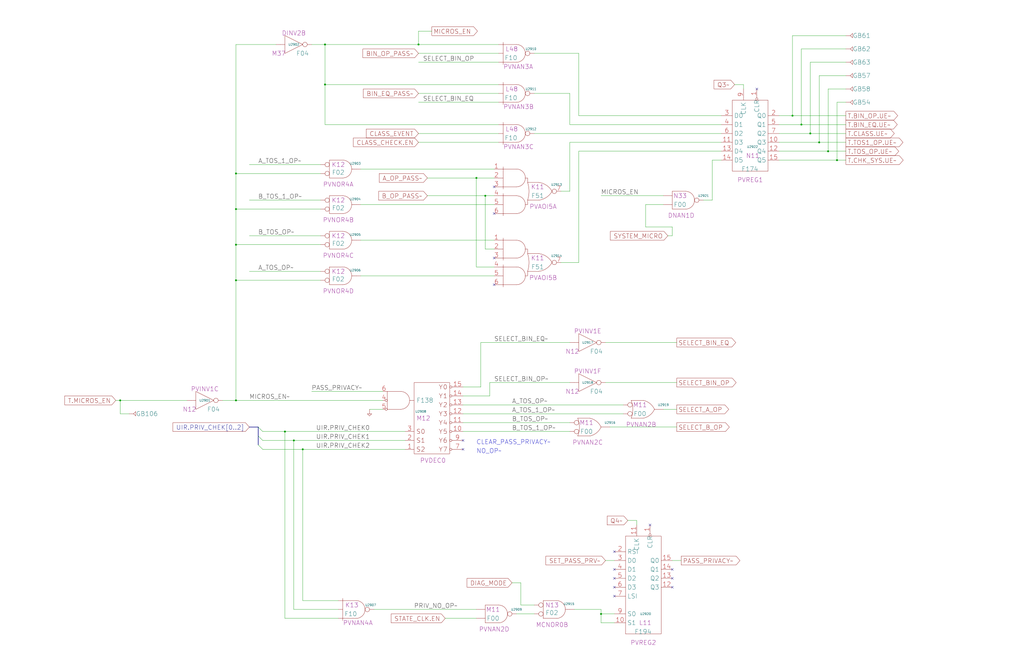
<source format=kicad_sch>
(kicad_sch (version 20230121) (generator eeschema)
  (paper "User" 584.2 378.46)
  (title_block (title "PRIVACY CHECK LOGIC") (date "15-MAR-90") (rev "1.0") (comment 1 "TYPE") (comment 2 "232-003062") (comment 3 "S400") (comment 4 "RELEASED"))
  (lib_symbols
    (symbol "r1000:F00" (pin_numbers hide) (pin_names hide)
      (property "Reference" "U" (at 15.24 0 0))
      (property "Value" "F00" (at 1.905 -5.08 0))
      (property "Location" "___" (at 1.905 0 0))
      (property "Name" "______" (at 2.54 -12.7 0))
      (symbol "F00_0_1"
        (polyline (pts (xy -2.54 -7.62) (xy 5.08 -7.62)) (stroke (width 0.1524)))
        (polyline (pts (xy -2.54 2.54) (xy -2.54 -7.62)) (stroke (width 0.1524)))
        (polyline (pts (xy -2.54 2.54) (xy 5.08 2.54)) (stroke (width 0.1524)))
        (arc (start 5.08 -7.62) (mid 10.1282 -2.54) (end 5.08 2.54) (stroke (width 0.1524)))
        (circle (center 11.43 -2.54) (radius 1.27) (stroke (width 0.1524)))
      )
      (symbol "F00_0_2"
        (circle (center -3.81 -5.08) (radius 1.27) (stroke (width 0.1524)))
        (circle (center -3.81 0) (radius 1.27) (stroke (width 0.1524)))
        (arc (start -3.175 -7.62) (mid -2.134 -2.54) (end -3.175 2.54) (stroke (width 0.1524)))
        (polyline (pts (xy -3.175 -7.62) (xy 3.81 -7.62)) (stroke (width 0.1524)))
        (polyline (pts (xy -3.175 2.54) (xy 3.81 2.54)) (stroke (width 0.1524)))
        (arc (start 3.81 -7.62) (mid 7.5855 -5.8306) (end 10.16 -2.54) (stroke (width 0.1524)))
        (arc (start 10.16 -2.54) (mid 7.5827 0.7471) (end 3.81 2.54) (stroke (width 0.1524)))
      )
      (symbol "F00_1_1"
        (pin input line (at -7.62 0 0) (length 5.08) (name "D0") (number "1"))
        (pin input line (at -7.62 -5.08 0) (length 5.08) (name "D1") (number "2"))
        (pin output line (at 15.24 -2.54 180) (length 2.54) (name "Q") (number "3"))
      )
      (symbol "F00_1_2"
        (pin input line (at -7.62 0 0) (length 2.54) (name "D0") (number "1"))
        (pin input line (at -7.62 -5.08 0) (length 2.54) (name "D1") (number "2"))
        (pin output line (at 15.24 -2.54 180) (length 5.08) (name "Q") (number "3"))
      )
    )
    (symbol "r1000:F02" (pin_numbers hide) (pin_names hide)
      (property "Reference" "U" (at 12.16 0.635 0))
      (property "Value" "F02" (at -1.27 -4.445 0))
      (property "Location" "___" (at 2.54 0 0))
      (property "Name" "______" (at 2.54 -12.7 0))
      (symbol "F02_0_1"
        (arc (start -3.81 -7.62) (mid -2.9847 -2.54) (end -3.81 2.54) (stroke (width 0.1524)))
        (polyline (pts (xy -5.08 -5.08) (xy -3.175 -5.08)) (stroke (width 0.1524)))
        (polyline (pts (xy -5.08 0) (xy -3.175 0)) (stroke (width 0.1524)))
        (polyline (pts (xy -3.81 -7.62) (xy 2.54 -7.62)) (stroke (width 0.1524)))
        (polyline (pts (xy -3.81 2.54) (xy 2.54 2.54)) (stroke (width 0.1524)))
        (polyline (pts (xy 13.97 -2.54) (xy 12.7 -2.54)) (stroke (width 0.1524)))
        (arc (start 2.54 -7.62) (mid 6.9515 -5.9823) (end 10.16 -2.54) (stroke (width 0.1524)))
        (arc (start 10.16 -2.54) (mid 6.9478 0.8966) (end 2.54 2.54) (stroke (width 0.1524)))
        (circle (center 11.43 -2.54) (radius 1.27) (stroke (width 0.1524)))
      )
      (symbol "F02_0_2"
        (circle (center -3.81 -5.08) (radius 1.27) (stroke (width 0.1524)))
        (circle (center -3.81 0) (radius 1.27) (stroke (width 0.1524)))
        (polyline (pts (xy -2.54 -7.62) (xy 5.08 -7.62)) (stroke (width 0.1524)))
        (polyline (pts (xy -2.54 2.54) (xy -2.54 -7.62)) (stroke (width 0.1524)))
        (polyline (pts (xy -2.54 2.54) (xy 5.08 2.54)) (stroke (width 0.1524)))
        (polyline (pts (xy 11.43 -2.54) (xy 10.16 -2.54)) (stroke (width 0.1524)))
        (polyline (pts (xy 11.43 -2.54) (xy 12.7 -2.54)) (stroke (width 0.1524)))
        (arc (start 5.08 -7.62) (mid 10.1282 -2.54) (end 5.08 2.54) (stroke (width 0.1524)))
      )
      (symbol "F02_1_1"
        (pin input line (at -7.62 0 0) (length 2.54) (name "D0") (number "1"))
        (pin input line (at -7.62 -5.08 0) (length 2.54) (name "D1") (number "2"))
        (pin output line (at 15.24 -2.54 180) (length 1.27) (name "Q") (number "3"))
      )
      (symbol "F02_1_2"
        (pin input line (at -7.62 0 0) (length 2.54) (name "D0") (number "1"))
        (pin input line (at -7.62 -5.08 0) (length 2.54) (name "D1") (number "2"))
        (pin output line (at 15.24 -2.54 180) (length 2.54) (name "Q") (number "3"))
      )
    )
    (symbol "r1000:F04" (pin_numbers hide) (pin_names hide)
      (property "Reference" "U" (at 0 0 0))
      (property "Value" "F04" (at 1.27 -5.08 0))
      (property "Location" "___" (at -12.7 -5.08 0))
      (property "Name" "______" (at 0 5.08 0))
      (symbol "F04_0_1"
        (polyline (pts (xy -7.62 0) (xy -5.08 0)) (stroke (width 0.1524)))
        (polyline (pts (xy -5.08 5.08) (xy -5.08 -5.08)) (stroke (width 0.1524)))
        (polyline (pts (xy 5.08 0) (xy -5.08 -5.08)) (stroke (width 0.1524)))
        (polyline (pts (xy 5.08 0) (xy -5.08 5.08)) (stroke (width 0.1524)))
        (circle (center 6.35 0) (radius 1.27) (stroke (width 0.1524)))
      )
      (symbol "F04_1_1"
        (pin input line (at -10.16 0 0) (length 2.54) (name "D0") (number "1"))
        (pin output line (at 10.16 0 180) (length 2.54) (name "Q") (number "2"))
      )
    )
    (symbol "r1000:F10" (pin_numbers hide) (pin_names hide)
      (property "Reference" "U" (at 13.335 0 0))
      (property "Value" "F10" (at 5.715 -5.08 0))
      (property "Location" "___" (at -1.27 0 0))
      (property "Name" "______" (at -2.54 -10.16 0))
      (symbol "F10_0_1"
        (polyline (pts (xy -2.54 -7.62) (xy 5.08 -7.62)) (stroke (width 0.1524)))
        (polyline (pts (xy -2.54 2.54) (xy 5.08 2.54)) (stroke (width 0.1524)))
        (polyline (pts (xy -2.54 3.81) (xy -2.54 -8.89)) (stroke (width 0.1524)))
        (arc (start 5.08 -7.62) (mid 10.1282 -2.54) (end 5.08 2.54) (stroke (width 0.1524)))
        (circle (center 11.43 -2.54) (radius 1.27) (stroke (width 0.1524)))
      )
      (symbol "F10_0_2"
        (circle (center -3.81 -7.62) (radius 1.27) (stroke (width 0.1524)))
        (circle (center -3.81 2.54) (radius 1.27) (stroke (width 0.1524)))
        (circle (center -3.175 -2.54) (radius 1.27) (stroke (width 0.1524)))
        (arc (start -2.54 -7.62) (mid -1.8195 -2.54) (end -2.54 2.54) (stroke (width 0.1524)))
        (polyline (pts (xy -4.445 -2.54) (xy -5.08 -2.54)) (stroke (width 0.1524)))
        (polyline (pts (xy -2.54 -7.62) (xy 5.08 -7.62)) (stroke (width 0.1524)))
        (polyline (pts (xy -2.54 2.54) (xy 5.08 2.54)) (stroke (width 0.1524)))
        (polyline (pts (xy 10.795 -2.54) (xy 12.7 -2.54)) (stroke (width 0.1524)))
        (arc (start 5.08 -7.62) (mid 8.4845 -5.6954) (end 10.795 -2.54) (stroke (width 0.1524)))
        (arc (start 10.795 -2.54) (mid 8.4807 0.6111) (end 5.08 2.54) (stroke (width 0.1524)))
      )
      (symbol "F10_1_1"
        (pin input line (at -5.08 2.54 0) (length 2.54) (name "D0") (number "1"))
        (pin input line (at -5.08 -2.54 0) (length 2.54) (name "D1") (number "2"))
        (pin input line (at -5.08 -7.62 0) (length 2.54) (name "D2") (number "3"))
        (pin output line (at 15.24 -2.54 180) (length 2.54) (name "Q") (number "4"))
      )
      (symbol "F10_1_2"
        (pin input line (at -5.08 2.54 0) (length 0) (name "D0") (number "1"))
        (pin input line (at -5.08 -2.54 0) (length 0) (name "D1") (number "2"))
        (pin input line (at -5.08 -7.62 0) (length 0) (name "D2") (number "3"))
        (pin output line (at 15.24 -2.54 180) (length 2.54) (name "Q") (number "4"))
      )
    )
    (symbol "r1000:F138" (pin_names (offset 1.016) hide)
      (property "Reference" "U" (at 1.27 3.81 0))
      (property "Value" "F138" (at -1.27 10.16 0))
      (property "Location" "___" (at -1.27 0 0))
      (property "Name" "______" (at 8.255 -24.13 0))
      (symbol "F138_0_0"
        (arc (start -10.16 5.08) (mid -6.5679 6.5679) (end -5.08 10.16) (stroke (width 0.1524)))
        (arc (start -5.08 10.16) (mid -6.5679 13.7521) (end -10.16 15.24) (stroke (width 0.1524)))
        (polyline (pts (xy -17.78 5.08) (xy -10.16 5.08)) (stroke (width 0.1524)))
        (polyline (pts (xy -17.78 15.24) (xy -10.16 15.24)) (stroke (width 0.1524)))
      )
      (symbol "F138_0_1"
        (circle (center -18.415 5.08) (radius 0.635) (stroke (width 0.1524)))
        (circle (center -18.415 10.16) (radius 0.635) (stroke (width 0.1524)))
        (rectangle (start -2.54 20.32) (end 17.78 -20.32) (stroke (width 0.1524)))
        (polyline (pts (xy -19.05 15.24) (xy -17.78 15.24)) (stroke (width 0.1524)))
        (polyline (pts (xy -17.78 15.24) (xy -17.78 5.08)) (stroke (width 0.1524)))
        (polyline (pts (xy -2.54 10.16) (xy -5.08 10.16)) (stroke (width 0.1524)))
      )
      (symbol "F138_1_1"
        (circle (center 18.415 -17.78) (radius 0.635))
        (circle (center 18.415 -12.7) (radius 0.635))
        (circle (center 18.415 -7.62) (radius 0.635))
        (circle (center 18.415 -2.54) (radius 0.635))
        (circle (center 18.415 2.54) (radius 0.635))
        (circle (center 18.415 7.62) (radius 0.635))
        (circle (center 18.415 12.7) (radius 0.635))
        (circle (center 18.415 17.78) (radius 0.635))
        (text "0" (at 2.54 -7.62 0) (effects (font (size 2.54 2.54))))
        (text "0" (at 15.24 17.78 0) (effects (font (size 2.54 2.54))))
        (text "1" (at 2.54 -12.7 0) (effects (font (size 2.54 2.54))))
        (text "1" (at 15.24 12.7 0) (effects (font (size 2.54 2.54))))
        (text "2" (at 2.54 -17.78 0) (effects (font (size 2.54 2.54))))
        (text "2" (at 15.24 7.62 0) (effects (font (size 2.54 2.54))))
        (text "3" (at 15.24 2.54 0) (effects (font (size 2.54 2.54))))
        (text "4" (at 15.24 -2.54 0) (effects (font (size 2.54 2.54))))
        (text "5" (at 15.24 -7.62 0) (effects (font (size 2.54 2.54))))
        (text "6" (at 15.24 -12.7 0) (effects (font (size 2.54 2.54))))
        (text "7" (at 15.24 -17.78 0) (effects (font (size 2.54 2.54))))
        (text "S" (at 0 -17.78 0) (effects (font (size 2.54 2.54))))
        (text "S" (at 0 -12.7 0) (effects (font (size 2.54 2.54))))
        (text "S" (at 0 -7.62 0) (effects (font (size 2.54 2.54))))
        (text "Y" (at 12.7 -17.78 0) (effects (font (size 2.54 2.54))))
        (text "Y" (at 12.7 -12.7 0) (effects (font (size 2.54 2.54))))
        (text "Y" (at 12.7 -7.62 0) (effects (font (size 2.54 2.54))))
        (text "Y" (at 12.7 -2.54 0) (effects (font (size 2.54 2.54))))
        (text "Y" (at 12.7 2.54 0) (effects (font (size 2.54 2.54))))
        (text "Y" (at 12.7 7.62 0) (effects (font (size 2.54 2.54))))
        (text "Y" (at 12.7 12.7 0) (effects (font (size 2.54 2.54))))
        (text "Y" (at 12.7 17.78 0) (effects (font (size 2.54 2.54))))
        (pin input line (at -7.62 -17.78 0) (length 5.08) (name "S2") (number "1"))
        (pin output line (at 25.4 -7.62 180) (length 6.35) (name "Y5_") (number "10"))
        (pin output line (at 25.4 -2.54 180) (length 6.35) (name "Y4_") (number "11"))
        (pin output line (at 25.4 2.54 180) (length 6.35) (name "Y3_") (number "12"))
        (pin output line (at 25.4 7.62 180) (length 6.35) (name "Y2_") (number "13"))
        (pin output line (at 25.4 12.7 180) (length 6.35) (name "Y1_") (number "14"))
        (pin output line (at 25.4 17.78 180) (length 6.35) (name "Y0_") (number "15"))
        (pin input line (at -7.62 -12.7 0) (length 5.08) (name "S1") (number "2"))
        (pin input line (at -7.62 -7.62 0) (length 5.08) (name "S0") (number "3"))
        (pin input line (at -20.32 10.16 0) (length 1.27) (name "D1") (number "4"))
        (pin input line (at -20.32 5.08 0) (length 1.27) (name "D2") (number "5"))
        (pin input line (at -20.32 15.24 0) (length 1.27) (name "D0") (number "6"))
        (pin output line (at 25.4 -17.78 180) (length 6.35) (name "Y7_") (number "7"))
        (pin output line (at 25.4 -12.7 180) (length 6.35) (name "Y6_") (number "9"))
      )
    )
    (symbol "r1000:F174" (pin_names (offset 1.016))
      (property "Reference" "U" (at 2.54 5.08 0))
      (property "Value" "F174" (at -3.81 -7.62 0))
      (property "Location" "___" (at -1.27 0 0))
      (property "Name" "______" (at 1.27 -15.24 0))
      (symbol "F174_1_1"
        (rectangle (start -8.89 31.75) (end 11.43 -8.89))
        (circle (center 5.08 32.385) (radius 0.635))
        (pin input line (at 5.08 38.1 270) (length 5.08) (name "CLR") (number "1"))
        (pin output line (at 17.78 7.62 180) (length 6.35) (name "Q3") (number "10"))
        (pin input line (at -15.24 7.62 0) (length 6.35) (name "D3") (number "11"))
        (pin output line (at 17.78 2.54 180) (length 6.35) (name "Q4") (number "12"))
        (pin input line (at -15.24 2.54 0) (length 6.35) (name "D4") (number "13"))
        (pin input line (at -15.24 -2.54 0) (length 6.35) (name "D5") (number "14"))
        (pin output line (at 17.78 -2.54 180) (length 6.35) (name "Q5") (number "15"))
        (pin output line (at 17.78 22.86 180) (length 6.35) (name "Q0") (number "2"))
        (pin input line (at -15.24 22.86 0) (length 6.35) (name "D0") (number "3"))
        (pin input line (at -15.24 17.78 0) (length 6.35) (name "D1") (number "4"))
        (pin output line (at 17.78 17.78 180) (length 6.35) (name "Q1") (number "5"))
        (pin input line (at -15.24 12.7 0) (length 6.35) (name "D2") (number "6"))
        (pin output line (at 17.78 12.7 180) (length 6.35) (name "Q2") (number "7"))
        (pin input line (at -2.54 38.1 270) (length 6.35) (name "CLK") (number "9"))
      )
    )
    (symbol "r1000:F194" (pin_names (offset 1.016))
      (property "Reference" "U" (at 2.54 5.08 0))
      (property "Value" "F194" (at -3.81 -5.08 0))
      (property "Location" "___" (at -1.27 0 0))
      (property "Name" "______" (at 1.27 -12.7 0))
      (symbol "F194_1_1"
        (rectangle (start -8.89 49.53) (end 11.43 -6.35))
        (circle (center 5.08 50.165) (radius 0.635))
        (pin input line (at 5.08 55.88 270) (length 5.08) (name "CLR") (number "1"))
        (pin input line (at -15.24 0 0) (length 6.35) (name "S1") (number "10"))
        (pin input line (at -2.54 55.88 270) (length 6.35) (name "CLK") (number "11"))
        (pin output line (at 17.78 20.32 180) (length 6.35) (name "Q3") (number "12"))
        (pin output line (at 17.78 25.4 180) (length 6.35) (name "Q2") (number "13"))
        (pin output line (at 17.78 30.48 180) (length 6.35) (name "Q1") (number "14"))
        (pin output line (at 17.78 35.56 180) (length 6.35) (name "Q0") (number "15"))
        (pin input line (at -15.24 40.64 0) (length 6.35) (name "RSI") (number "2"))
        (pin input line (at -15.24 35.56 0) (length 6.35) (name "D0") (number "3"))
        (pin input line (at -15.24 30.48 0) (length 6.35) (name "D1") (number "4"))
        (pin input line (at -15.24 25.4 0) (length 6.35) (name "D2") (number "5"))
        (pin input line (at -15.24 20.32 0) (length 6.35) (name "D3") (number "6"))
        (pin input line (at -15.24 15.24 0) (length 6.35) (name "LSI") (number "7"))
        (pin input line (at -15.24 5.08 0) (length 6.35) (name "S0") (number "9"))
      )
    )
    (symbol "r1000:F51" (pin_names hide)
      (property "Reference" "U" (at 12.7 1.27 0))
      (property "Value" "F51" (at 1.905 -5.08 0))
      (property "Location" "___" (at 1.905 0 0))
      (property "Name" "______" (at 5.08 -12.7 0))
      (symbol "F51_0_0"
        (arc (start -10.16 -15.24) (mid -6.5679 -13.7521) (end -5.08 -10.16) (stroke (width 0.1524)))
        (arc (start -10.16 0) (mid -6.5679 1.4879) (end -5.08 5.08) (stroke (width 0.1524)))
        (arc (start -5.08 -10.16) (mid -6.5679 -6.5679) (end -10.16 -5.08) (stroke (width 0.1524)))
        (arc (start -5.08 5.08) (mid -6.5679 8.6721) (end -10.16 10.16) (stroke (width 0.1524)))
        (arc (start -3.8173 -7.62) (mid -2.9926 -2.54) (end -3.8173 2.54) (stroke (width 0.1524)))
        (polyline (pts (xy -20.32 -15.24) (xy -17.78 -15.24)) (stroke (width 0.1524)))
        (polyline (pts (xy -20.32 -10.16) (xy -17.78 -10.16)) (stroke (width 0.1524)))
        (polyline (pts (xy -20.32 -5.08) (xy -17.78 -5.08)) (stroke (width 0.1524)))
        (polyline (pts (xy -20.32 0) (xy -17.78 0)) (stroke (width 0.1524)))
        (polyline (pts (xy -20.32 5.08) (xy -17.78 5.08)) (stroke (width 0.1524)))
        (polyline (pts (xy -20.32 10.16) (xy -17.78 10.16)) (stroke (width 0.1524)))
        (polyline (pts (xy -17.78 -3.81) (xy -17.78 -16.51)) (stroke (width 0.1524)))
        (polyline (pts (xy -17.78 11.43) (xy -17.78 -1.27)) (stroke (width 0.1524)))
        (polyline (pts (xy -10.16 -15.24) (xy -17.78 -15.24)) (stroke (width 0.1524)))
        (polyline (pts (xy -10.16 -5.08) (xy -17.78 -5.08)) (stroke (width 0.1524)))
        (polyline (pts (xy -10.16 0) (xy -17.78 0)) (stroke (width 0.1524)))
        (polyline (pts (xy -10.16 10.16) (xy -17.78 10.16)) (stroke (width 0.1524)))
        (polyline (pts (xy -3.81 -7.62) (xy 2.54 -7.62)) (stroke (width 0.1524)))
        (polyline (pts (xy -3.81 2.54) (xy 2.54 2.54)) (stroke (width 0.1524)))
        (polyline (pts (xy -5.08 -10.16) (xy -3.81 -10.16) (xy -3.81 -7.62)) (stroke (width 0.1524)))
        (polyline (pts (xy -5.08 5.08) (xy -3.81 5.08) (xy -3.81 2.54)) (stroke (width 0.1524)))
        (arc (start 2.54 -7.62) (mid 6.9504 -5.9805) (end 10.16 -2.54) (stroke (width 0.1524)))
        (arc (start 10.16 -2.54) (mid 6.9516 0.9024) (end 2.54 2.54) (stroke (width 0.1524)))
        (circle (center 11.43 -2.54) (radius 1.27) (stroke (width 0.1524)))
      )
      (symbol "F51_1_1"
        (pin input line (at -22.86 10.16 0) (length 2.54) (name "A1") (number "1"))
        (pin input line (at -22.86 5.08 0) (length 2.54) (name "A2") (number "2"))
        (pin input line (at -22.86 0 0) (length 2.54) (name "A3") (number "3"))
        (pin input line (at -22.86 -5.08 0) (length 2.54) (name "B1") (number "4"))
        (pin input line (at -22.86 -10.16 0) (length 2.54) (name "B2") (number "5"))
        (pin input line (at -22.86 -15.24 0) (length 2.54) (name "B3") (number "6"))
        (pin output line (at 15.24 -2.54 180) (length 2.54) (name "Q") (number "7"))
      )
    )
    (symbol "r1000:GB" (pin_numbers hide) (pin_names (offset 0) hide)
      (property "Reference" "GB" (at 3.81 0 0))
      (symbol "GB_0_1"
        (polyline (pts (xy 2.54 0) (xy 3.81 1.27) (xy 3.81 -1.27) (xy 2.54 0)) (stroke (width 0.1524)))
      )
      (symbol "GB_1_1"
        (pin bidirectional line (at 0 0 0) (length 2.54) (name "") (number "1"))
      )
    )
    (symbol "r1000:PD" (power) (pin_numbers hide) (pin_names hide) (in_bom no)
      (symbol "PD_0_1"
        (polyline (pts (xy 0 -2.54) (xy 1.27 -2.54) (xy 0 -3.81) (xy -1.27 -2.54) (xy 0 -2.54)) (stroke (width 0.1524)))
      )
      (symbol "PD_1_1"
        (pin power_in line (at 0 0 270) (length 2.54) (name "PD") (number "1"))
      )
    )
  )
  (junction (at 185.42 48.26))
  (junction (at 238.76 25.4))
  (junction (at 134.62 160.02))
  (junction (at 276.86 111.76))
  (junction (at 271.78 101.6))
  (junction (at 185.42 25.4))
  (junction (at 457.2 71.12))
  (junction (at 134.62 228.6))
  (junction (at 477.52 91.44))
  (junction (at 342.9 350.52))
  (junction (at 452.12 66.04))
  (junction (at 167.64 251.46))
  (junction (at 68.58 228.6))
  (junction (at 172.72 256.54))
  (junction (at 472.44 86.36))
  (junction (at 462.28 76.2))
  (junction (at 467.36 81.28))
  (junction (at 162.56 246.38))
  (junction (at 134.62 119.38))
  (junction (at 134.62 139.7))
  (junction (at 134.62 99.06))
  (no_connect (at 383.54 335.28))
  (no_connect (at 350.52 330.2))
  (no_connect (at 264.16 251.46))
  (no_connect (at 370.84 299.72))
  (no_connect (at 350.52 325.12))
  (no_connect (at 281.94 121.92))
  (no_connect (at 281.94 147.32))
  (no_connect (at 350.52 314.96))
  (no_connect (at 281.94 162.56))
  (no_connect (at 350.52 340.36))
  (no_connect (at 264.16 256.54))
  (no_connect (at 383.54 330.2))
  (no_connect (at 350.52 335.28))
  (no_connect (at 281.94 106.68))
  (no_connect (at 383.54 325.12))
  (no_connect (at 431.8 50.8))
  (bus_entry (at 147.32 254) (size 2.54 2.54))
  (bus_entry (at 147.32 248.92) (size 2.54 2.54))
  (bus_entry (at 147.32 243.84) (size 2.54 2.54))
  (wire (pts (xy 68.58 228.6) (xy 106.68 228.6)))
  (wire (pts (xy 350.52 350.52) (xy 342.9 350.52)))
  (wire (pts (xy 134.62 160.02) (xy 134.62 228.6)))
  (wire (pts (xy 411.48 91.44) (xy 406.4 91.44)))
  (wire (pts (xy 342.9 350.52) (xy 342.9 347.98)))
  (wire (pts (xy 246.38 17.78) (xy 238.76 17.78)))
  (wire (pts (xy 363.22 297.18) (xy 358.14 297.18)))
  (wire (pts (xy 271.78 101.6) (xy 281.94 101.6)))
  (wire (pts (xy 368.3 116.84) (xy 378.46 116.84)))
  (wire (pts (xy 73.66 236.22) (xy 68.58 236.22)))
  (wire (pts (xy 167.64 251.46) (xy 231.14 251.46)))
  (wire (pts (xy 210.82 233.68) (xy 218.44 233.68)))
  (wire (pts (xy 134.62 99.06) (xy 134.62 119.38)))
  (wire (pts (xy 134.62 99.06) (xy 182.88 99.06)))
  (wire (pts (xy 238.76 58.42) (xy 284.48 58.42)))
  (bus (pts (xy 147.32 248.92) (xy 147.32 254)))
  (wire (pts (xy 185.42 48.26) (xy 284.48 48.26)))
  (wire (pts (xy 345.44 195.58) (xy 386.08 195.58)))
  (wire (pts (xy 185.42 25.4) (xy 238.76 25.4)))
  (wire (pts (xy 444.5 71.12) (xy 457.2 71.12)))
  (wire (pts (xy 325.12 71.12) (xy 411.48 71.12)))
  (wire (pts (xy 68.58 236.22) (xy 68.58 228.6)))
  (wire (pts (xy 330.2 86.36) (xy 330.2 149.86)))
  (wire (pts (xy 472.44 86.36) (xy 482.6 86.36)))
  (wire (pts (xy 243.84 101.6) (xy 271.78 101.6)))
  (wire (pts (xy 342.9 355.6) (xy 342.9 350.52)))
  (wire (pts (xy 264.16 231.14) (xy 355.6 231.14)))
  (wire (pts (xy 167.64 347.98) (xy 193.04 347.98)))
  (wire (pts (xy 264.16 246.38) (xy 325.12 246.38)))
  (wire (pts (xy 274.32 195.58) (xy 325.12 195.58)))
  (wire (pts (xy 330.2 30.48) (xy 330.2 66.04)))
  (bus (pts (xy 147.32 243.84) (xy 147.32 248.92)))
  (wire (pts (xy 363.22 297.18) (xy 363.22 299.72)))
  (wire (pts (xy 482.6 50.8) (xy 472.44 50.8)))
  (wire (pts (xy 134.62 139.7) (xy 134.62 160.02)))
  (wire (pts (xy 243.84 111.76) (xy 276.86 111.76)))
  (wire (pts (xy 368.3 129.54) (xy 368.3 116.84)))
  (wire (pts (xy 452.12 66.04) (xy 482.6 66.04)))
  (wire (pts (xy 238.76 53.34) (xy 284.48 53.34)))
  (wire (pts (xy 149.86 251.46) (xy 167.64 251.46)))
  (wire (pts (xy 342.9 111.76) (xy 378.46 111.76)))
  (wire (pts (xy 444.5 86.36) (xy 472.44 86.36)))
  (wire (pts (xy 172.72 256.54) (xy 172.72 342.9)))
  (wire (pts (xy 345.44 320.04) (xy 350.52 320.04)))
  (wire (pts (xy 238.76 35.56) (xy 284.48 35.56)))
  (wire (pts (xy 383.54 134.62) (xy 383.54 129.54)))
  (wire (pts (xy 134.62 228.6) (xy 218.44 228.6)))
  (wire (pts (xy 462.28 76.2) (xy 482.6 76.2)))
  (wire (pts (xy 134.62 119.38) (xy 134.62 139.7)))
  (wire (pts (xy 264.16 236.22) (xy 355.6 236.22)))
  (wire (pts (xy 185.42 71.12) (xy 185.42 48.26)))
  (wire (pts (xy 304.8 53.34) (xy 325.12 53.34)))
  (wire (pts (xy 264.16 241.3) (xy 325.12 241.3)))
  (wire (pts (xy 342.9 347.98) (xy 327.66 347.98)))
  (wire (pts (xy 419.1 48.26) (xy 424.18 48.26)))
  (wire (pts (xy 347.98 243.84) (xy 386.08 243.84)))
  (wire (pts (xy 281.94 152.4) (xy 271.78 152.4)))
  (wire (pts (xy 284.48 71.12) (xy 185.42 71.12)))
  (wire (pts (xy 444.5 76.2) (xy 462.28 76.2)))
  (wire (pts (xy 157.48 25.4) (xy 134.62 25.4)))
  (wire (pts (xy 467.36 81.28) (xy 482.6 81.28)))
  (wire (pts (xy 325.12 53.34) (xy 325.12 71.12)))
  (wire (pts (xy 457.2 71.12) (xy 482.6 71.12)))
  (wire (pts (xy 350.52 355.6) (xy 342.9 355.6)))
  (wire (pts (xy 472.44 50.8) (xy 472.44 86.36)))
  (wire (pts (xy 185.42 48.26) (xy 185.42 25.4)))
  (wire (pts (xy 276.86 142.24) (xy 281.94 142.24)))
  (wire (pts (xy 149.86 256.54) (xy 172.72 256.54)))
  (wire (pts (xy 134.62 119.38) (xy 182.88 119.38)))
  (wire (pts (xy 325.12 109.22) (xy 325.12 81.28)))
  (wire (pts (xy 177.8 223.52) (xy 218.44 223.52)))
  (bus (pts (xy 142.24 243.84) (xy 147.32 243.84)))
  (wire (pts (xy 134.62 160.02) (xy 182.88 160.02)))
  (wire (pts (xy 401.32 114.3) (xy 406.4 114.3)))
  (wire (pts (xy 320.04 109.22) (xy 325.12 109.22)))
  (wire (pts (xy 381 134.62) (xy 383.54 134.62)))
  (wire (pts (xy 477.52 91.44) (xy 482.6 91.44)))
  (wire (pts (xy 304.8 30.48) (xy 330.2 30.48)))
  (wire (pts (xy 304.8 76.2) (xy 411.48 76.2)))
  (wire (pts (xy 467.36 43.18) (xy 467.36 81.28)))
  (wire (pts (xy 205.74 157.48) (xy 281.94 157.48)))
  (wire (pts (xy 294.64 350.52) (xy 304.8 350.52)))
  (wire (pts (xy 142.24 134.62) (xy 182.88 134.62)))
  (wire (pts (xy 271.78 101.6) (xy 271.78 152.4)))
  (wire (pts (xy 330.2 149.86) (xy 320.04 149.86)))
  (wire (pts (xy 452.12 20.32) (xy 452.12 66.04)))
  (wire (pts (xy 279.4 226.06) (xy 279.4 218.44)))
  (wire (pts (xy 134.62 25.4) (xy 134.62 99.06)))
  (wire (pts (xy 444.5 91.44) (xy 477.52 91.44)))
  (wire (pts (xy 238.76 76.2) (xy 284.48 76.2)))
  (wire (pts (xy 304.8 345.44) (xy 297.18 345.44)))
  (wire (pts (xy 213.36 347.98) (xy 271.78 347.98)))
  (wire (pts (xy 325.12 81.28) (xy 411.48 81.28)))
  (wire (pts (xy 482.6 20.32) (xy 452.12 20.32)))
  (wire (pts (xy 411.48 86.36) (xy 330.2 86.36)))
  (wire (pts (xy 424.18 50.8) (xy 424.18 48.26)))
  (wire (pts (xy 254 353.06) (xy 271.78 353.06)))
  (wire (pts (xy 383.54 320.04) (xy 388.62 320.04)))
  (wire (pts (xy 238.76 30.48) (xy 284.48 30.48)))
  (wire (pts (xy 279.4 218.44) (xy 325.12 218.44)))
  (wire (pts (xy 345.44 218.44) (xy 386.08 218.44)))
  (wire (pts (xy 276.86 111.76) (xy 281.94 111.76)))
  (wire (pts (xy 205.74 137.16) (xy 281.94 137.16)))
  (wire (pts (xy 274.32 220.98) (xy 274.32 195.58)))
  (wire (pts (xy 127 228.6) (xy 134.62 228.6)))
  (wire (pts (xy 172.72 256.54) (xy 231.14 256.54)))
  (wire (pts (xy 330.2 66.04) (xy 411.48 66.04)))
  (wire (pts (xy 444.5 81.28) (xy 467.36 81.28)))
  (wire (pts (xy 205.74 96.52) (xy 281.94 96.52)))
  (wire (pts (xy 66.04 228.6) (xy 68.58 228.6)))
  (wire (pts (xy 383.54 129.54) (xy 368.3 129.54)))
  (wire (pts (xy 172.72 342.9) (xy 193.04 342.9)))
  (wire (pts (xy 482.6 35.56) (xy 462.28 35.56)))
  (wire (pts (xy 177.8 25.4) (xy 185.42 25.4)))
  (wire (pts (xy 444.5 66.04) (xy 452.12 66.04)))
  (wire (pts (xy 482.6 58.42) (xy 477.52 58.42)))
  (wire (pts (xy 378.46 233.68) (xy 386.08 233.68)))
  (wire (pts (xy 162.56 246.38) (xy 162.56 353.06)))
  (wire (pts (xy 167.64 251.46) (xy 167.64 347.98)))
  (wire (pts (xy 482.6 43.18) (xy 467.36 43.18)))
  (wire (pts (xy 264.16 226.06) (xy 279.4 226.06)))
  (wire (pts (xy 142.24 93.98) (xy 182.88 93.98)))
  (wire (pts (xy 264.16 220.98) (xy 274.32 220.98)))
  (wire (pts (xy 238.76 81.28) (xy 284.48 81.28)))
  (wire (pts (xy 297.18 332.74) (xy 292.1 332.74)))
  (wire (pts (xy 238.76 25.4) (xy 284.48 25.4)))
  (wire (pts (xy 238.76 17.78) (xy 238.76 25.4)))
  (wire (pts (xy 482.6 27.94) (xy 457.2 27.94)))
  (wire (pts (xy 462.28 35.56) (xy 462.28 76.2)))
  (wire (pts (xy 297.18 345.44) (xy 297.18 332.74)))
  (wire (pts (xy 205.74 116.84) (xy 281.94 116.84)))
  (wire (pts (xy 276.86 111.76) (xy 276.86 142.24)))
  (wire (pts (xy 149.86 246.38) (xy 162.56 246.38)))
  (wire (pts (xy 477.52 58.42) (xy 477.52 91.44)))
  (wire (pts (xy 142.24 154.94) (xy 182.88 154.94)))
  (wire (pts (xy 142.24 114.3) (xy 182.88 114.3)))
  (wire (pts (xy 162.56 353.06) (xy 193.04 353.06)))
  (wire (pts (xy 406.4 91.44) (xy 406.4 114.3)))
  (wire (pts (xy 134.62 139.7) (xy 182.88 139.7)))
  (wire (pts (xy 162.56 246.38) (xy 231.14 246.38)))
  (wire (pts (xy 457.2 27.94) (xy 457.2 71.12)))
  (text "CLEAR_PASS_PRIVACY~\n" (at 271.78 254 0) (effects (font (size 2.54 2.54)) (justify left bottom)))
  (text "NO_OP~" (at 271.78 259.08 0) (effects (font (size 2.54 2.54)) (justify left bottom)))
  (label "MICROS_EN" (at 342.9 111.76 0) (effects (font (size 2.54 2.54))))
  (label "SELECT_BIN_EQ~" (at 281.94 195.58 0) (effects (font (size 2.54 2.54))))
  (label "A_TOS_1_OP~" (at 147.32 93.98 0) (effects (font (size 2.54 2.54))))
  (label "MICROS_EN~" (at 142.24 228.6 0) (effects (font (size 2.54 2.54))))
  (label "A_TOS_OP~" (at 147.32 154.94 0) (effects (font (size 2.54 2.54))))
  (label "UIR.PRIV_CHEK2" (at 180.34 256.54 0) (effects (font (size 2.54 2.54))))
  (label "A_TOS_OP~" (at 292.1 231.14 0) (effects (font (size 2.54 2.54))))
  (label "UIR.PRIV_CHEK0" (at 180.34 246.38 0) (effects (font (size 2.54 2.54))))
  (label "B_TOS_OP~" (at 292.1 241.3 0) (effects (font (size 2.54 2.54))))
  (label "B_TOS_1_OP~" (at 292.1 246.38 0) (effects (font (size 2.54 2.54))))
  (label "PRIV_NO_OP~" (at 236.22 347.98 0) (effects (font (size 2.54 2.54))))
  (label "B_TOS_OP~" (at 147.32 134.62 0) (effects (font (size 2.54 2.54))))
  (label "UIR.PRIV_CHEK1" (at 180.34 251.46 0) (effects (font (size 2.54 2.54))))
  (label "B_TOS_1_OP~" (at 147.32 114.3 0) (effects (font (size 2.54 2.54))))
  (label "A_TOS_1_OP~" (at 292.1 236.22 0) (effects (font (size 2.54 2.54))))
  (label "SELECT_BIN_EQ" (at 241.3 58.42 0) (effects (font (size 2.54 2.54))))
  (label "SELECT_BIN_OP~" (at 281.94 218.44 0) (effects (font (size 2.54 2.54))))
  (label "SELECT_BIN_OP" (at 241.3 35.56 0) (effects (font (size 2.54 2.54))))
  (label "PASS_PRIVACY~" (at 177.8 223.52 0) (effects (font (size 2.54 2.54))))
  (global_label "MICROS_EN" (shape output) (at 246.38 17.78 0) (effects (font (size 2.54 2.54))) (property "Intersheetrefs" "${INTERSHEET_REFS}" (at 272.3727 17.6213 0) (effects (font (size 1.905 1.905)) (justify left))))
  (global_label "T.MICROS_EN" (shape input) (at 66.04 228.6 180) (effects (font (size 2.54 2.54))) (property "Intersheetrefs" "${INTERSHEET_REFS}" (at 36.9026 228.4413 0) (effects (font (size 1.905 1.905)) (justify right))))
  (global_label "SET_PASS_PRV~" (shape input) (at 345.44 320.04 180) (effects (font (size 2.54 2.54))) (property "Intersheetrefs" "${INTERSHEET_REFS}" (at 311.4645 319.8813 0) (effects (font (size 1.905 1.905)) (justify right))))
  (global_label "T.CHK_SYS.UE~" (shape output) (at 482.6 91.44 0) (effects (font (size 2.54 2.54))) (property "Intersheetrefs" "${INTERSHEET_REFS}" (at 515.245 91.2813 0) (effects (font (size 1.905 1.905)) (justify left))))
  (global_label "STATE_CLK.EN" (shape input) (at 254 353.06 180) (effects (font (size 2.54 2.54))) (property "Intersheetrefs" "${INTERSHEET_REFS}" (at 223.1692 352.9013 0) (effects (font (size 1.905 1.905)) (justify right))))
  (global_label "CLASS_CHECK.EN" (shape input) (at 238.76 81.28 180) (effects (font (size 2.54 2.54))) (property "Intersheetrefs" "${INTERSHEET_REFS}" (at 201.6397 81.1213 0) (effects (font (size 1.905 1.905)) (justify right))))
  (global_label "Q3~" (shape input) (at 419.1 48.26 180) (effects (font (size 2.54 2.54))) (property "Intersheetrefs" "${INTERSHEET_REFS}" (at 401.2111 48.1013 0) (effects (font (size 1.905 1.905)) (justify right))))
  (global_label "T.CLASS.UE~" (shape output) (at 482.6 76.2 0) (effects (font (size 2.54 2.54))) (property "Intersheetrefs" "${INTERSHEET_REFS}" (at 510.165 76.0413 0) (effects (font (size 1.905 1.905)) (justify left))))
  (global_label "SELECT_A_OP" (shape output) (at 386.08 233.68 0) (effects (font (size 2.54 2.54))) (property "Intersheetrefs" "${INTERSHEET_REFS}" (at 415.7012 233.5213 0) (effects (font (size 1.905 1.905)) (justify left))))
  (global_label "SELECT_B_OP" (shape output) (at 386.08 243.84 0) (effects (font (size 2.54 2.54))) (property "Intersheetrefs" "${INTERSHEET_REFS}" (at 416.0641 243.6813 0) (effects (font (size 1.905 1.905)) (justify left))))
  (global_label "T.TOS_OP.UE~" (shape output) (at 482.6 86.36 0) (effects (font (size 2.54 2.54))) (property "Intersheetrefs" "${INTERSHEET_REFS}" (at 512.705 86.2013 0) (effects (font (size 1.905 1.905)) (justify left))))
  (global_label "B_OP_PASS~" (shape input) (at 243.84 111.76 180) (effects (font (size 2.54 2.54))) (property "Intersheetrefs" "${INTERSHEET_REFS}" (at 216.033 111.6013 0) (effects (font (size 1.905 1.905)) (justify right))))
  (global_label "SYSTEM_MICRO" (shape input) (at 381 134.62 180) (effects (font (size 2.54 2.54))) (property "Intersheetrefs" "${INTERSHEET_REFS}" (at 348.234 134.4613 0) (effects (font (size 1.905 1.905)) (justify right))))
  (global_label "SELECT_BIN_OP" (shape output) (at 386.08 218.44 0) (effects (font (size 2.54 2.54))) (property "Intersheetrefs" "${INTERSHEET_REFS}" (at 419.9346 218.2813 0) (effects (font (size 1.905 1.905)) (justify left))))
  (global_label "CLASS_EVENT" (shape input) (at 238.76 76.2 180) (effects (font (size 2.54 2.54))) (property "Intersheetrefs" "${INTERSHEET_REFS}" (at 209.0178 76.0413 0) (effects (font (size 1.905 1.905)) (justify right))))
  (global_label "DIAG_MODE" (shape input) (at 292.1 332.74 180) (effects (font (size 2.54 2.54))) (property "Intersheetrefs" "${INTERSHEET_REFS}" (at 260.3016 332.5813 0) (effects (font (size 1.905 1.905)) (justify right))))
  (global_label "PASS_PRIVACY~" (shape output) (at 388.62 320.04 0) (effects (font (size 2.54 2.54))) (property "Intersheetrefs" "${INTERSHEET_REFS}" (at 422.1117 319.8813 0) (effects (font (size 1.905 1.905)) (justify left))))
  (global_label "UIR.PRIV_CHEK[0..2]" (shape input) (at 142.24 243.84 180) (effects (font (size 2.54 2.54))) (property "Intersheetrefs" "${INTERSHEET_REFS}" (at 98.7092 243.6813 0) (effects (font (size 1.905 1.905)) (justify right))))
  (global_label "BIN_EQ_PASS~" (shape input) (at 238.76 53.34 180) (effects (font (size 2.54 2.54))) (property "Intersheetrefs" "${INTERSHEET_REFS}" (at 207.3245 53.1813 0) (effects (font (size 1.905 1.905)) (justify right))))
  (global_label "T.TOS1_OP.UE~" (shape output) (at 482.6 81.28 0) (effects (font (size 2.54 2.54))) (property "Intersheetrefs" "${INTERSHEET_REFS}" (at 515.1241 81.1213 0) (effects (font (size 1.905 1.905)) (justify left))))
  (global_label "SELECT_BIN_EQ" (shape output) (at 386.08 195.58 0) (effects (font (size 2.54 2.54))) (property "Intersheetrefs" "${INTERSHEET_REFS}" (at 419.6927 195.4213 0) (effects (font (size 1.905 1.905)) (justify left))))
  (global_label "BIN_OP_PASS~" (shape input) (at 238.76 30.48 180) (effects (font (size 2.54 2.54))) (property "Intersheetrefs" "${INTERSHEET_REFS}" (at 207.0826 30.3213 0) (effects (font (size 1.905 1.905)) (justify right))))
  (global_label "T.BIN_OP.UE~" (shape output) (at 482.6 66.04 0) (effects (font (size 2.54 2.54))) (property "Intersheetrefs" "${INTERSHEET_REFS}" (at 512.1003 65.8813 0) (effects (font (size 1.905 1.905)) (justify left))))
  (global_label "Q4~" (shape input) (at 358.14 297.18 180) (effects (font (size 2.54 2.54))) (property "Intersheetrefs" "${INTERSHEET_REFS}" (at 340.2511 297.0213 0) (effects (font (size 1.905 1.905)) (justify right))))
  (global_label "T.BIN_EQ.UE~" (shape output) (at 482.6 71.12 0) (effects (font (size 2.54 2.54))) (property "Intersheetrefs" "${INTERSHEET_REFS}" (at 511.8584 70.9613 0) (effects (font (size 1.905 1.905)) (justify left))))
  (global_label "A_OP_PASS~" (shape input) (at 243.84 101.6 180) (effects (font (size 2.54 2.54))) (property "Intersheetrefs" "${INTERSHEET_REFS}" (at 216.3959 101.4413 0) (effects (font (size 1.905 1.905)) (justify right))))
  (symbol (lib_id "r1000:F04") (at 167.64 25.4 0) (unit 1)
    (property "Reference" "U2902" (at 167.64 25.4 0))
    (property "Value" "F04" (at 168.91 30.48 0) (effects (font (size 2.54 2.54)) (justify left)))
    (property "Location" "M37" (at 154.94 30.48 0) (effects (font (size 2.54 2.54)) (justify left)))
    (property "Name" "DINV2B" (at 167.64 20.32 0) (effects (font (size 2.54 2.54)) (justify bottom)))
  )
  (symbol (lib_id "r1000:F10") (at 289.56 50.8 0) (unit 1)
    (property "Reference" "U2911" (at 302.895 50.8 0))
    (property "Value" "F10" (at 295.275 55.88 0) (effects (font (size 2.54 2.54)) (justify right)))
    (property "Location" "L48" (at 288.29 50.8 0) (effects (font (size 2.54 2.54)) (justify left)))
    (property "Name" "PVNAN3B" (at 287.02 60.96 0) (effects (font (size 2.54 2.54)) (justify left)))
  )
  (symbol (lib_id "r1000:GB") (at 482.6 27.94 0) (unit 1)
    (property "Reference" "GB62" (at 486.41 27.94 0) (effects (font (size 2.54 2.54)) (justify left)))
    (property "Value" "GB" (effects hide))
  )
  (symbol (lib_id "r1000:F04") (at 335.28 218.44 0) (unit 1)
    (property "Reference" "U2918" (at 335.28 218.44 0))
    (property "Value" "F04" (at 336.55 223.52 0) (effects (font (size 2.54 2.54)) (justify left)))
    (property "Location" "N12" (at 322.58 223.52 0) (effects (font (size 2.54 2.54)) (justify left)))
    (property "Name" "PVINV1F" (at 335.28 213.36 0) (effects (font (size 2.54 2.54)) (justify bottom)))
  )
  (symbol (lib_id "r1000:GB") (at 482.6 20.32 0) (unit 1)
    (property "Reference" "GB61" (at 486.41 20.32 0) (effects (font (size 2.54 2.54)) (justify left)))
    (property "Value" "GB" (effects hide))
  )
  (symbol (lib_id "r1000:F174") (at 426.72 88.9 0) (unit 1)
    (property "Reference" "U2922" (at 429.26 83.82 0))
    (property "Value" "F174" (at 422.91 96.52 0) (effects (font (size 2.54 2.54)) (justify left)))
    (property "Location" "N11" (at 425.45 88.9 0) (effects (font (size 2.54 2.54)) (justify left)))
    (property "Name" "PVREG1" (at 427.99 104.14 0) (effects (font (size 2.54 2.54)) (justify bottom)))
  )
  (symbol (lib_id "r1000:F02") (at 190.5 154.94 0) (unit 1) (convert 2)
    (property "Reference" "U2906" (at 202.66 154.305 0))
    (property "Value" "F02" (at 189.23 159.385 0) (effects (font (size 2.54 2.54)) (justify left)))
    (property "Location" "K12" (at 193.04 154.94 0) (effects (font (size 2.54 2.54))))
    (property "Name" "PVNOR4D" (at 193.04 167.64 0) (effects (font (size 2.54 2.54)) (justify bottom)))
  )
  (symbol (lib_id "r1000:F00") (at 332.74 241.3 0) (unit 1) (convert 2)
    (property "Reference" "U2916" (at 347.98 241.3 0))
    (property "Value" "F00" (at 334.645 246.38 0) (effects (font (size 2.54 2.54))))
    (property "Location" "M11" (at 334.645 241.3 0) (effects (font (size 2.54 2.54))))
    (property "Name" "PVNAN2C" (at 335.28 254 0) (effects (font (size 2.54 2.54)) (justify bottom)))
  )
  (symbol (lib_id "r1000:F02") (at 312.42 345.44 0) (unit 1) (convert 2)
    (property "Reference" "U2915" (at 324.58 344.805 0))
    (property "Value" "F02" (at 311.15 349.885 0) (effects (font (size 2.54 2.54)) (justify left)))
    (property "Location" "N13" (at 314.96 345.44 0) (effects (font (size 2.54 2.54))))
    (property "Name" "MCNOR0B" (at 314.96 358.14 0) (effects (font (size 2.54 2.54)) (justify bottom)))
  )
  (symbol (lib_id "r1000:PD") (at 210.82 233.68 0) (unit 1) (in_bom no)
    (property "Reference" "#PWR02901" (effects hide))
    (property "Value" "PD" (effects hide))
  )
  (symbol (lib_id "r1000:GB") (at 482.6 50.8 0) (unit 1)
    (property "Reference" "GB58" (at 486.41 50.8 0) (effects (font (size 2.54 2.54)) (justify left)))
    (property "Value" "GB" (effects hide))
  )
  (symbol (lib_id "r1000:F51") (at 304.8 147.32 0) (unit 1)
    (property "Reference" "U2914" (at 317.5 146.05 0))
    (property "Value" "F51" (at 306.705 152.4 0) (effects (font (size 2.54 2.54))))
    (property "Location" "K11" (at 306.705 147.32 0) (effects (font (size 2.54 2.54))))
    (property "Name" "PVAOI5B" (at 309.88 160.02 0) (effects (font (size 2.54 2.54)) (justify bottom)))
  )
  (symbol (lib_id "r1000:GB") (at 482.6 43.18 0) (unit 1)
    (property "Reference" "GB57" (at 486.41 43.18 0) (effects (font (size 2.54 2.54)) (justify left)))
    (property "Value" "GB" (effects hide))
  )
  (symbol (lib_id "r1000:F00") (at 279.4 347.98 0) (unit 1)
    (property "Reference" "U2909" (at 294.64 347.98 0))
    (property "Value" "F00" (at 281.305 353.06 0) (effects (font (size 2.54 2.54))))
    (property "Location" "M11" (at 281.305 347.98 0) (effects (font (size 2.54 2.54))))
    (property "Name" "PVNAN2D" (at 281.94 360.68 0) (effects (font (size 2.54 2.54)) (justify bottom)))
  )
  (symbol (lib_id "r1000:F02") (at 190.5 93.98 0) (unit 1) (convert 2)
    (property "Reference" "U2903" (at 202.66 93.345 0))
    (property "Value" "F02" (at 189.23 98.425 0) (effects (font (size 2.54 2.54)) (justify left)))
    (property "Location" "K12" (at 193.04 93.98 0) (effects (font (size 2.54 2.54))))
    (property "Name" "PVNOR4A" (at 193.04 106.68 0) (effects (font (size 2.54 2.54)) (justify bottom)))
  )
  (symbol (lib_id "r1000:GB") (at 482.6 58.42 0) (unit 1)
    (property "Reference" "GB54" (at 486.41 58.42 0) (effects (font (size 2.54 2.54)) (justify left)))
    (property "Value" "GB" (effects hide))
  )
  (symbol (lib_id "r1000:F10") (at 289.56 27.94 0) (unit 1)
    (property "Reference" "U2910" (at 302.895 27.94 0))
    (property "Value" "F10" (at 295.275 33.02 0) (effects (font (size 2.54 2.54)) (justify right)))
    (property "Location" "L48" (at 288.29 27.94 0) (effects (font (size 2.54 2.54)) (justify left)))
    (property "Name" "PVNAN3A" (at 287.02 38.1 0) (effects (font (size 2.54 2.54)) (justify left)))
  )
  (symbol (lib_id "r1000:GB") (at 73.66 236.22 0) (unit 1)
    (property "Reference" "GB106" (at 77.47 236.22 0) (effects (font (size 2.54 2.54)) (justify left)))
    (property "Value" "GB" (effects hide))
  )
  (symbol (lib_id "r1000:F10") (at 198.12 345.44 0) (unit 1)
    (property "Reference" "U2907" (at 211.455 345.44 0))
    (property "Value" "F10" (at 203.835 350.52 0) (effects (font (size 2.54 2.54)) (justify right)))
    (property "Location" "K13" (at 196.85 345.44 0) (effects (font (size 2.54 2.54)) (justify left)))
    (property "Name" "PVNAN4A" (at 195.58 355.6 0) (effects (font (size 2.54 2.54)) (justify left)))
  )
  (symbol (lib_id "r1000:F194") (at 365.76 355.6 0) (unit 1)
    (property "Reference" "U2920" (at 368.3 350.52 0))
    (property "Value" "F194" (at 361.95 360.68 0) (effects (font (size 2.54 2.54)) (justify left)))
    (property "Location" "L11" (at 364.49 355.6 0) (effects (font (size 2.54 2.54)) (justify left)))
    (property "Name" "PVREG2" (at 367.03 368.3 0) (effects (font (size 2.54 2.54)) (justify bottom)))
  )
  (symbol (lib_id "r1000:F02") (at 190.5 114.3 0) (unit 1) (convert 2)
    (property "Reference" "U2904" (at 202.66 113.665 0))
    (property "Value" "F02" (at 189.23 118.745 0) (effects (font (size 2.54 2.54)) (justify left)))
    (property "Location" "K12" (at 193.04 114.3 0) (effects (font (size 2.54 2.54))))
    (property "Name" "PVNOR4B" (at 193.04 127 0) (effects (font (size 2.54 2.54)) (justify bottom)))
  )
  (symbol (lib_id "r1000:GB") (at 482.6 35.56 0) (unit 1)
    (property "Reference" "GB63" (at 486.41 35.56 0) (effects (font (size 2.54 2.54)) (justify left)))
    (property "Value" "GB" (effects hide))
  )
  (symbol (lib_id "r1000:F04") (at 335.28 195.58 0) (unit 1)
    (property "Reference" "U2917" (at 335.28 195.58 0))
    (property "Value" "F04" (at 336.55 200.66 0) (effects (font (size 2.54 2.54)) (justify left)))
    (property "Location" "N12" (at 322.58 200.66 0) (effects (font (size 2.54 2.54)) (justify left)))
    (property "Name" "PVINV1E" (at 335.28 190.5 0) (effects (font (size 2.54 2.54)) (justify bottom)))
  )
  (symbol (lib_id "r1000:F51") (at 304.8 106.68 0) (unit 1)
    (property "Reference" "U2913" (at 317.5 105.41 0))
    (property "Value" "F51" (at 306.705 111.76 0) (effects (font (size 2.54 2.54))))
    (property "Location" "K11" (at 306.705 106.68 0) (effects (font (size 2.54 2.54))))
    (property "Name" "PVAOI5A" (at 309.88 119.38 0) (effects (font (size 2.54 2.54)) (justify bottom)))
  )
  (symbol (lib_id "r1000:F138") (at 238.76 238.76 0) (unit 1)
    (property "Reference" "U2908" (at 240.03 234.95 0))
    (property "Value" "F138" (at 237.49 228.6 0) (effects (font (size 2.54 2.54)) (justify left)))
    (property "Location" "M12" (at 237.49 238.76 0) (effects (font (size 2.54 2.54)) (justify left)))
    (property "Name" "PVDEC0" (at 247.015 262.89 0) (effects (font (size 2.54 2.54))))
  )
  (symbol (lib_id "r1000:F00") (at 363.22 231.14 0) (unit 1) (convert 2)
    (property "Reference" "U2919" (at 378.46 231.14 0))
    (property "Value" "F00" (at 365.125 236.22 0) (effects (font (size 2.54 2.54))))
    (property "Location" "M11" (at 365.125 231.14 0) (effects (font (size 2.54 2.54))))
    (property "Name" "PVNAN2B" (at 365.76 243.84 0) (effects (font (size 2.54 2.54)) (justify bottom)))
  )
  (symbol (lib_id "r1000:F02") (at 190.5 134.62 0) (unit 1) (convert 2)
    (property "Reference" "U2905" (at 202.66 133.985 0))
    (property "Value" "F02" (at 189.23 139.065 0) (effects (font (size 2.54 2.54)) (justify left)))
    (property "Location" "K12" (at 193.04 134.62 0) (effects (font (size 2.54 2.54))))
    (property "Name" "PVNOR4C" (at 193.04 147.32 0) (effects (font (size 2.54 2.54)) (justify bottom)))
  )
  (symbol (lib_id "r1000:F00") (at 386.08 111.76 0) (unit 1)
    (property "Reference" "U2921" (at 401.32 111.76 0))
    (property "Value" "F00" (at 387.985 116.84 0) (effects (font (size 2.54 2.54))))
    (property "Location" "N33" (at 387.985 111.76 0) (effects (font (size 2.54 2.54))))
    (property "Name" "DNAN1D" (at 388.62 124.46 0) (effects (font (size 2.54 2.54)) (justify bottom)))
  )
  (symbol (lib_id "r1000:F04") (at 116.84 228.6 0) (unit 1)
    (property "Reference" "U2901" (at 116.84 228.6 0))
    (property "Value" "F04" (at 118.11 233.68 0) (effects (font (size 2.54 2.54)) (justify left)))
    (property "Location" "N12" (at 104.14 233.68 0) (effects (font (size 2.54 2.54)) (justify left)))
    (property "Name" "PVINV1C" (at 116.84 223.52 0) (effects (font (size 2.54 2.54)) (justify bottom)))
  )
  (symbol (lib_id "r1000:F10") (at 289.56 73.66 0) (unit 1)
    (property "Reference" "U2912" (at 302.895 73.66 0))
    (property "Value" "F10" (at 295.275 78.74 0) (effects (font (size 2.54 2.54)) (justify right)))
    (property "Location" "L48" (at 288.29 73.66 0) (effects (font (size 2.54 2.54)) (justify left)))
    (property "Name" "PVNAN3C" (at 287.02 83.82 0) (effects (font (size 2.54 2.54)) (justify left)))
  )
)
</source>
